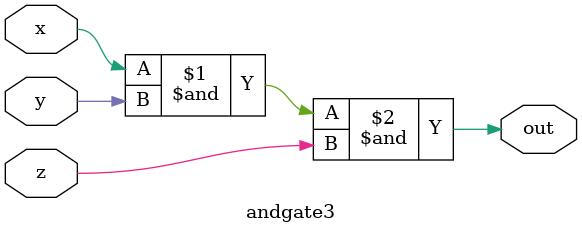
<source format=v>
module andgate3(x,y,z,out);
//Three input AND gate
input x,y,z;
output out;
assign out = x & y & z;
endmodule 
</source>
